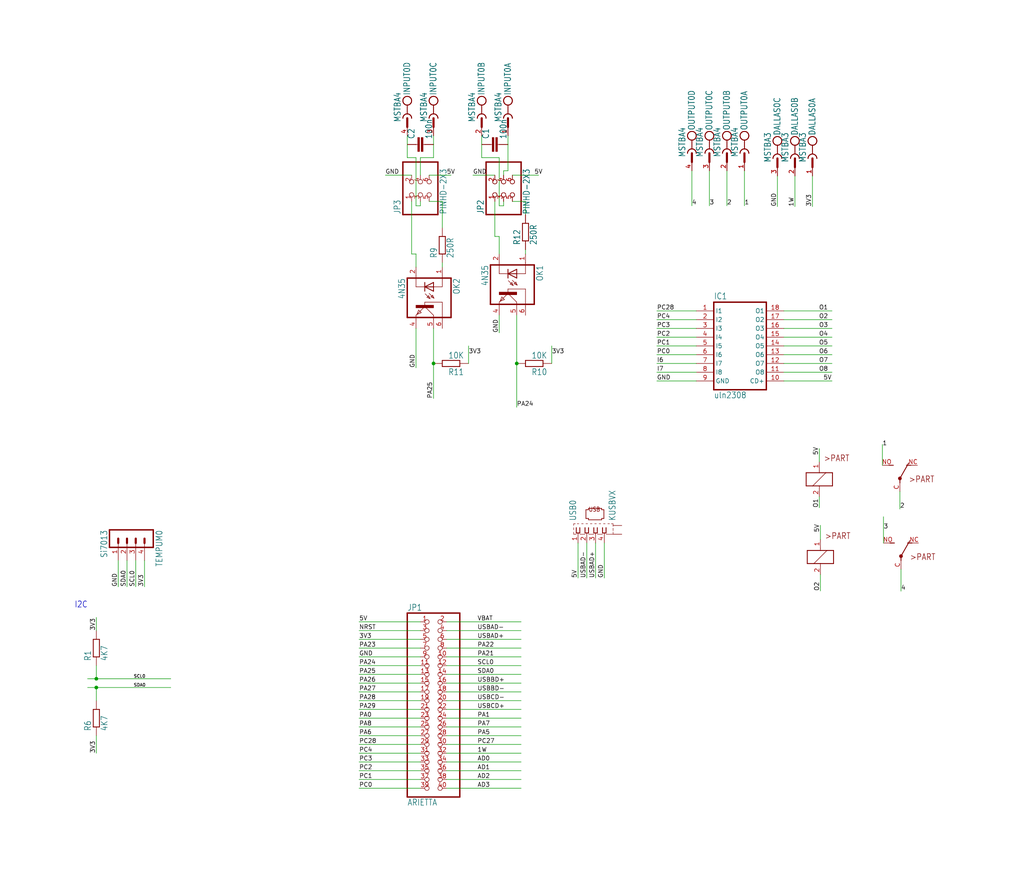
<source format=kicad_sch>
(kicad_sch (version 20220622) (generator eeschema)
  (paper "User" 297.002 253.568)
  (lib_symbols
    (symbol "py-home-slave-mini-eagle-import:4N35"
      (property "Reference" "OK" (at -6.985 5.715 0))
      (property "Value" "4N35" (at -6.985 -10.16 0))
      (symbol "4N35_1_0"
        (polyline (pts (xy -7.62 2.54) (xy -4.445 2.54)) (stroke (width 0.1524)))
        (polyline (pts (xy -6.985 -7.62) (xy 4.445 -7.62)) (stroke (width 0.4064)))
        (polyline (pts (xy -6.985 5.08) (xy -6.985 -7.62)) (stroke (width 0.4064)))
        (polyline (pts (xy -6.985 5.08) (xy 4.445 5.08)) (stroke (width 0.4064)))
        (polyline (pts (xy -4.445 -5.08) (xy -7.62 -5.08)) (stroke (width 0.1524)))
        (polyline (pts (xy -4.445 -2.54) (xy -5.715 -2.54)) (stroke (width 0.254)))
        (polyline (pts (xy -4.445 -2.54) (xy -5.715 0)) (stroke (width 0.254)))
        (polyline (pts (xy -4.445 -2.54) (xy -4.445 -5.08)) (stroke (width 0.1524)))
        (polyline (pts (xy -4.445 0) (xy -5.715 0)) (stroke (width 0.254)))
        (polyline (pts (xy -4.445 0) (xy -4.445 -2.54)) (stroke (width 0.254)))
        (polyline (pts (xy -4.445 2.54) (xy -4.445 0)) (stroke (width 0.1524)))
        (polyline (pts (xy -3.175 -2.54) (xy -4.445 -2.54)) (stroke (width 0.254)))
        (polyline (pts (xy -3.175 0) (xy -4.445 -2.54)) (stroke (width 0.254)))
        (polyline (pts (xy -3.175 0) (xy -4.445 0)) (stroke (width 0.254)))
        (polyline (pts (xy -2.54 -1.27) (xy -1.143 0.127)) (stroke (width 0.1524)))
        (polyline (pts (xy -2.413 -2.413) (xy -1.016 -1.016)) (stroke (width 0.1524)))
        (polyline (pts (xy -2.032 -0.254) (xy -1.524 -0.762)) (stroke (width 0.1524)))
        (polyline (pts (xy -1.905 -1.397) (xy -1.397 -1.905)) (stroke (width 0.1524)))
        (polyline (pts (xy -1.524 -0.762) (xy -1.143 0.127)) (stroke (width 0.1524)))
        (polyline (pts (xy -1.397 -1.905) (xy -1.016 -1.016)) (stroke (width 0.1524)))
        (polyline (pts (xy -1.143 0.127) (xy -2.032 -0.254)) (stroke (width 0.1524)))
        (polyline (pts (xy -1.016 -1.016) (xy -1.905 -1.397)) (stroke (width 0.1524)))
        (polyline (pts (xy 0 -2.54) (xy 0 2.54)) (stroke (width 0.1524)))
        (polyline (pts (xy 0 -2.54) (xy 1.016 -2.54)) (stroke (width 0.1524)))
        (polyline (pts (xy 0 2.54) (xy 5.08 2.54)) (stroke (width 0.1524)))
        (polyline (pts (xy 1.27 -2.54) (xy 3.556 -4.826)) (stroke (width 0.1524)))
        (polyline (pts (xy 2.286 -4.318) (xy 3.048 -3.556)) (stroke (width 0.1524)))
        (polyline (pts (xy 3.048 -3.556) (xy 3.556 -4.826)) (stroke (width 0.1524)))
        (polyline (pts (xy 3.556 -4.826) (xy 2.286 -4.318)) (stroke (width 0.1524)))
        (polyline (pts (xy 3.556 -4.826) (xy 3.81 -5.08)) (stroke (width 0.1524)))
        (polyline (pts (xy 3.81 -5.08) (xy 5.08 -5.08)) (stroke (width 0.1524)))
        (polyline (pts (xy 3.81 0) (xy 1.27 -2.54)) (stroke (width 0.1524)))
        (polyline (pts (xy 3.81 0) (xy 5.08 0)) (stroke (width 0.1524)))
        (polyline (pts (xy 4.445 5.08) (xy 4.445 -7.62)) (stroke (width 0.4064)))
        (rectangle (start 0.889 -5.08) (end 1.651 0) (fill (type outline)))
        (pin passive line (at -10.16 2.54 0) (length 2.54) (name "A") (number "1"))
        (pin passive line (at -10.16 -5.08 0) (length 2.54) (name "C") (number "2"))
        (pin passive line (at 7.62 -5.08 180) (length 2.54) (name "EMI") (number "4"))
        (pin passive line (at 7.62 0 180) (length 2.54) (name "COL") (number "5"))
        (pin passive line (at 7.62 2.54 180) (length 2.54) (name "BAS") (number "6"))
      )
    )
    (symbol "py-home-slave-mini-eagle-import:C2,5-3"
      (property "Reference" "C" (at 1.524 0.381 0))
      (property "Value" "C2,5-3" (at 1.524 -4.699 0))
      (symbol "C2,5-3_1_0"
        (rectangle (start -2.032 -2.032) (end 2.032 -1.524) (fill (type outline)))
        (rectangle (start -2.032 -1.016) (end 2.032 -0.508) (fill (type outline)))
        (polyline (pts (xy 0 -2.54) (xy 0 -2.032)) (stroke (width 0.1524)))
        (polyline (pts (xy 0 0) (xy 0 -0.508)) (stroke (width 0.1524)))
        (pin passive line (at 0 2.54 270) (length 2.54) (name "1") (number "1"))
        (pin passive line (at 0 -5.08 90) (length 2.54) (name "2") (number "2"))
      )
    )
    (symbol "py-home-slave-mini-eagle-import:JS-M1"
      (symbol "JS-M1_1_0"
        (polyline (pts (xy -3.81 -1.905) (xy -1.905 -1.905)) (stroke (width 0.254)))
        (polyline (pts (xy -3.81 1.905) (xy -3.81 -1.905)) (stroke (width 0.254)))
        (polyline (pts (xy -1.905 -1.905) (xy 0 -1.905)) (stroke (width 0.254)))
        (polyline (pts (xy -1.905 -1.905) (xy 1.905 1.905)) (stroke (width 0.1524)))
        (polyline (pts (xy 0 -2.54) (xy 0 -1.905)) (stroke (width 0.1524)))
        (polyline (pts (xy 0 -1.905) (xy 3.81 -1.905)) (stroke (width 0.254)))
        (polyline (pts (xy 0 1.905) (xy -3.81 1.905)) (stroke (width 0.254)))
        (polyline (pts (xy 0 2.54) (xy 0 1.905)) (stroke (width 0.1524)))
        (polyline (pts (xy 1.905 1.905) (xy 0 1.905)) (stroke (width 0.254)))
        (polyline (pts (xy 3.81 -1.905) (xy 3.81 1.905)) (stroke (width 0.254)))
        (polyline (pts (xy 3.81 1.905) (xy 1.905 1.905)) (stroke (width 0.254)))
        (text ">PART" (at 1.27 5.08 0) (effects (font (size 1.778 1.5113)) (justify left bottom)))
        (pin passive line (at 0 5.08 270) (length 2.54) (name "1") (number "1"))
        (pin passive line (at 0 -5.08 90) (length 2.54) (name "2") (number "2"))
      )
      (symbol "JS-M1_2_0"
        (polyline (pts (xy -3.175 5.08) (xy -1.905 5.08)) (stroke (width 0.254)))
        (polyline (pts (xy 0 1.27) (xy 0 0)) (stroke (width 0.254)))
        (polyline (pts (xy 0 1.27) (xy 2.54 5.715)) (stroke (width 0.254)))
        (polyline (pts (xy 3.175 5.08) (xy 1.905 5.08)) (stroke (width 0.254)))
        (circle (center 0 1.27) (radius 0.127) (stroke (width 0.4064)))
        (text ">PART" (at 2.54 0 0) (effects (font (size 1.778 1.5113)) (justify left bottom)))
        (pin passive line (at 0 -2.54 90) (length 2.54) (name "P") (number "C"))
        (pin passive line (at 5.08 5.08 180) (length 2.54) (name "O") (number "NC"))
        (pin passive line (at -5.08 5.08 0) (length 2.54) (name "S") (number "NO"))
      )
    )
    (symbol "py-home-slave-mini-eagle-import:KUSBVX"
      (property "Reference" "X" (at 1.27 5.588 0))
      (property "Value" "KUSBVX" (at 1.27 -5.842 0))
      (symbol "KUSBVX_1_0"
        (polyline (pts (xy -2.54 -5.08) (xy -1.905 -5.08)) (stroke (width 0.127)))
        (polyline (pts (xy -2.54 -3.048) (xy -2.54 -5.08)) (stroke (width 0.127)))
        (polyline (pts (xy -2.54 -2.54) (xy -2.159 -2.54)) (stroke (width 0.1524)))
        (polyline (pts (xy -2.54 -0.508) (xy -2.54 -2.032)) (stroke (width 0.127)))
        (polyline (pts (xy -2.54 0) (xy -2.159 0)) (stroke (width 0.1524)))
        (polyline (pts (xy -2.54 2.032) (xy -2.54 0.508)) (stroke (width 0.127)))
        (polyline (pts (xy -2.54 2.54) (xy -2.159 2.54)) (stroke (width 0.1524)))
        (polyline (pts (xy -2.54 4.572) (xy -2.54 3.048)) (stroke (width 0.127)))
        (polyline (pts (xy -2.54 5.08) (xy -2.159 5.08)) (stroke (width 0.1524)))
        (polyline (pts (xy -2.54 6.35) (xy -2.54 5.588)) (stroke (width 0.127)))
        (polyline (pts (xy -2.159 -3.048) (xy -0.635 -3.048)) (stroke (width 0.254)))
        (polyline (pts (xy -2.159 -2.54) (xy -2.159 -3.048)) (stroke (width 0.254)))
        (polyline (pts (xy -2.159 -2.032) (xy -2.159 -2.54)) (stroke (width 0.254)))
        (polyline (pts (xy -2.159 -0.508) (xy -0.635 -0.508)) (stroke (width 0.254)))
        (polyline (pts (xy -2.159 0) (xy -2.159 -0.508)) (stroke (width 0.254)))
        (polyline (pts (xy -2.159 0.508) (xy -2.159 0)) (stroke (width 0.254)))
        (polyline (pts (xy -2.159 2.032) (xy -0.635 2.032)) (stroke (width 0.254)))
        (polyline (pts (xy -2.159 2.54) (xy -2.159 2.032)) (stroke (width 0.254)))
        (polyline (pts (xy -2.159 3.048) (xy -2.159 2.54)) (stroke (width 0.254)))
        (polyline (pts (xy -2.159 4.572) (xy -0.635 4.572)) (stroke (width 0.254)))
        (polyline (pts (xy -2.159 5.08) (xy -2.159 4.572)) (stroke (width 0.254)))
        (polyline (pts (xy -2.159 5.588) (xy -2.159 5.08)) (stroke (width 0.254)))
        (polyline (pts (xy -1.905 6.35) (xy -2.54 6.35)) (stroke (width 0.127)))
        (polyline (pts (xy -1.524 -5.08) (xy -0.762 -5.08)) (stroke (width 0.127)))
        (polyline (pts (xy -0.635 -2.032) (xy -2.159 -2.032)) (stroke (width 0.254)))
        (polyline (pts (xy -0.635 0.508) (xy -2.159 0.508)) (stroke (width 0.254)))
        (polyline (pts (xy -0.635 3.048) (xy -2.159 3.048)) (stroke (width 0.254)))
        (polyline (pts (xy -0.635 5.588) (xy -2.159 5.588)) (stroke (width 0.254)))
        (polyline (pts (xy -0.635 6.35) (xy -1.27 6.35)) (stroke (width 0.127)))
        (polyline (pts (xy -0.254 -5.08) (xy 0.508 -5.08)) (stroke (width 0.127)))
        (polyline (pts (xy 0.508 -5.08) (xy 0.508 -4.572)) (stroke (width 0.127)))
        (polyline (pts (xy 0.508 -4.064) (xy 0.508 -3.556)) (stroke (width 0.127)))
        (polyline (pts (xy 0.508 -2.794) (xy 0.508 -2.286)) (stroke (width 0.127)))
        (polyline (pts (xy 0.508 -1.524) (xy 0.508 -1.016)) (stroke (width 0.127)))
        (polyline (pts (xy 0.508 -0.254) (xy 0.508 0.254)) (stroke (width 0.127)))
        (polyline (pts (xy 0.508 1.016) (xy 0.508 1.524)) (stroke (width 0.127)))
        (polyline (pts (xy 0.508 2.286) (xy 0.508 2.794)) (stroke (width 0.127)))
        (polyline (pts (xy 0.508 3.556) (xy 0.508 4.064)) (stroke (width 0.127)))
        (polyline (pts (xy 0.508 4.826) (xy 0.508 5.334)) (stroke (width 0.127)))
        (polyline (pts (xy 0.508 5.842) (xy 0.508 6.35)) (stroke (width 0.127)))
        (polyline (pts (xy 0.508 6.35) (xy 0 6.35)) (stroke (width 0.127)))
        (polyline (pts (xy 1.651 -1.778) (xy 2.032 -1.778)) (stroke (width 0.1998)))
        (polyline (pts (xy 1.651 2.032) (xy 1.651 -1.778)) (stroke (width 0.1998)))
        (polyline (pts (xy 2.032 -2.413) (xy 4.572 -2.413)) (stroke (width 0.1998)))
        (polyline (pts (xy 2.032 -1.778) (xy 2.032 -2.413)) (stroke (width 0.1998)))
        (polyline (pts (xy 2.032 2.032) (xy 1.651 2.032)) (stroke (width 0.1998)))
        (polyline (pts (xy 2.032 2.794) (xy 2.032 2.032)) (stroke (width 0.1998)))
        (polyline (pts (xy 4.572 -2.413) (xy 4.572 -1.778)) (stroke (width 0.1998)))
        (polyline (pts (xy 4.572 -1.778) (xy 4.953 -1.778)) (stroke (width 0.1998)))
        (polyline (pts (xy 4.572 2.032) (xy 4.572 2.794)) (stroke (width 0.1998)))
        (polyline (pts (xy 4.572 2.794) (xy 2.032 2.794)) (stroke (width 0.1998)))
        (polyline (pts (xy 4.953 -1.778) (xy 4.953 2.032)) (stroke (width 0.1998)))
        (polyline (pts (xy 4.953 2.032) (xy 4.572 2.032)) (stroke (width 0.1998)))
        (text "USB" (at 3.937 -1.397 900) (effects (font (size 1.27 1.0795)) (justify left bottom)))
        (pin passive line (at -5.08 5.08 0) (length 2.54) (name "1") (number "1"))
        (pin passive line (at -5.08 2.54 0) (length 2.54) (name "2") (number "2"))
        (pin passive line (at -5.08 0 0) (length 2.54) (name "3") (number "3"))
        (pin passive line (at -5.08 -2.54 0) (length 2.54) (name "4") (number "4"))
        (pin passive line (at -2.54 -7.62 90) (length 2.54) (name "S1") (number "M1"))
        (pin passive line (at 0 -7.62 90) (length 2.54) (name "S2") (number "M2"))
      )
    )
    (symbol "py-home-slave-mini-eagle-import:MA04-1"
      (property "Reference" "SV" (at -1.27 5.842 0))
      (property "Value" "MA04-1" (at -1.27 -10.16 0))
      (symbol "MA04-1_1_0"
        (polyline (pts (xy -1.27 5.08) (xy -1.27 -7.62)) (stroke (width 0.4064)))
        (polyline (pts (xy -1.27 5.08) (xy 3.81 5.08)) (stroke (width 0.4064)))
        (polyline (pts (xy 1.27 -5.08) (xy 2.54 -5.08)) (stroke (width 0.6096)))
        (polyline (pts (xy 1.27 -2.54) (xy 2.54 -2.54)) (stroke (width 0.6096)))
        (polyline (pts (xy 1.27 0) (xy 2.54 0)) (stroke (width 0.6096)))
        (polyline (pts (xy 1.27 2.54) (xy 2.54 2.54)) (stroke (width 0.6096)))
        (polyline (pts (xy 3.81 -7.62) (xy -1.27 -7.62)) (stroke (width 0.4064)))
        (polyline (pts (xy 3.81 -7.62) (xy 3.81 5.08)) (stroke (width 0.4064)))
        (pin passive line (at 7.62 -5.08 180) (length 5.08) (name "1") (number "1"))
        (pin passive line (at 7.62 -2.54 180) (length 5.08) (name "2") (number "2"))
        (pin passive line (at 7.62 0 180) (length 5.08) (name "3") (number "3"))
        (pin passive line (at 7.62 2.54 180) (length 5.08) (name "4") (number "4"))
      )
    )
    (symbol "py-home-slave-mini-eagle-import:MSTBA3"
      (property "Reference" "X" (at -6.604 0.889 0))
      (property "Value" "MSTBA3" (at -7.62 -3.81 0))
      (symbol "MSTBA3_1_0"
        (circle (center -5.08 0) (radius 1.27) (stroke (width 0.254)))
        (circle (center -5.08 0) (radius 1.27) (stroke (width 0.254)))
        (arc (start -1.27 0) (mid -0.898 -0.898) (end 0 -1.27) (stroke (width 0.254)))
        (polyline (pts (xy -3.81 0) (xy -1.27 0)) (stroke (width 0.254)))
        (polyline (pts (xy 0 0) (xy 2.54 0)) (stroke (width 0.6096)))
        (arc (start 0 1.27) (mid -0.898 0.898) (end -1.27 0) (stroke (width 0.254)))
        (arc (start 0 1.27) (mid -1.27 0) (end 0 -1.27) (stroke (width 0.254)))
        (pin passive line (at 5.08 0 180) (length 2.54) (name "1") (number "1"))
      )
      (symbol "MSTBA3_2_0"
        (circle (center -5.08 0) (radius 1.27) (stroke (width 0.254)))
        (circle (center -5.08 0) (radius 1.27) (stroke (width 0.254)))
        (arc (start -1.27 0) (mid -0.898 -0.898) (end 0 -1.27) (stroke (width 0.254)))
        (polyline (pts (xy -3.81 0) (xy -1.27 0)) (stroke (width 0.254)))
        (polyline (pts (xy 0 0) (xy 2.54 0)) (stroke (width 0.6096)))
        (arc (start 0 1.27) (mid -0.898 0.898) (end -1.27 0) (stroke (width 0.254)))
        (arc (start 0 1.27) (mid -1.27 0) (end 0 -1.27) (stroke (width 0.254)))
        (pin passive line (at 5.08 0 180) (length 2.54) (name "1") (number "2"))
      )
      (symbol "MSTBA3_3_0"
        (circle (center -5.08 0) (radius 1.27) (stroke (width 0.254)))
        (circle (center -5.08 0) (radius 1.27) (stroke (width 0.254)))
        (arc (start -1.27 0) (mid -0.898 -0.898) (end 0 -1.27) (stroke (width 0.254)))
        (polyline (pts (xy -3.81 0) (xy -1.27 0)) (stroke (width 0.254)))
        (polyline (pts (xy 0 0) (xy 2.54 0)) (stroke (width 0.6096)))
        (arc (start 0 1.27) (mid -0.898 0.898) (end -1.27 0) (stroke (width 0.254)))
        (arc (start 0 1.27) (mid -1.27 0) (end 0 -1.27) (stroke (width 0.254)))
        (pin passive line (at 5.08 0 180) (length 2.54) (name "1") (number "3"))
      )
    )
    (symbol "py-home-slave-mini-eagle-import:MSTBA4"
      (property "Reference" "X" (at -6.604 0.889 0))
      (property "Value" "MSTBA4" (at -7.62 -3.81 0))
      (symbol "MSTBA4_1_0"
        (circle (center -5.08 0) (radius 1.27) (stroke (width 0.254)))
        (circle (center -5.08 0) (radius 1.27) (stroke (width 0.254)))
        (arc (start -1.27 0) (mid -0.898 -0.898) (end 0 -1.27) (stroke (width 0.254)))
        (polyline (pts (xy -3.81 0) (xy -1.27 0)) (stroke (width 0.254)))
        (polyline (pts (xy 0 0) (xy 2.54 0)) (stroke (width 0.6096)))
        (arc (start 0 1.27) (mid -0.898 0.898) (end -1.27 0) (stroke (width 0.254)))
        (arc (start 0 1.27) (mid -1.27 0) (end 0 -1.27) (stroke (width 0.254)))
        (pin passive line (at 5.08 0 180) (length 2.54) (name "1") (number "1"))
      )
      (symbol "MSTBA4_2_0"
        (circle (center -5.08 0) (radius 1.27) (stroke (width 0.254)))
        (circle (center -5.08 0) (radius 1.27) (stroke (width 0.254)))
        (arc (start -1.27 0) (mid -0.898 -0.898) (end 0 -1.27) (stroke (width 0.254)))
        (polyline (pts (xy -3.81 0) (xy -1.27 0)) (stroke (width 0.254)))
        (polyline (pts (xy 0 0) (xy 2.54 0)) (stroke (width 0.6096)))
        (arc (start 0 1.27) (mid -0.898 0.898) (end -1.27 0) (stroke (width 0.254)))
        (arc (start 0 1.27) (mid -1.27 0) (end 0 -1.27) (stroke (width 0.254)))
        (pin passive line (at 5.08 0 180) (length 2.54) (name "1") (number "2"))
      )
      (symbol "MSTBA4_3_0"
        (circle (center -5.08 0) (radius 1.27) (stroke (width 0.254)))
        (circle (center -5.08 0) (radius 1.27) (stroke (width 0.254)))
        (arc (start -1.27 0) (mid -0.898 -0.898) (end 0 -1.27) (stroke (width 0.254)))
        (polyline (pts (xy -3.81 0) (xy -1.27 0)) (stroke (width 0.254)))
        (polyline (pts (xy 0 0) (xy 2.54 0)) (stroke (width 0.6096)))
        (arc (start 0 1.27) (mid -0.898 0.898) (end -1.27 0) (stroke (width 0.254)))
        (arc (start 0 1.27) (mid -1.27 0) (end 0 -1.27) (stroke (width 0.254)))
        (pin passive line (at 5.08 0 180) (length 2.54) (name "1") (number "3"))
      )
      (symbol "MSTBA4_4_0"
        (circle (center -5.08 0) (radius 1.27) (stroke (width 0.254)))
        (circle (center -5.08 0) (radius 1.27) (stroke (width 0.254)))
        (arc (start -1.27 0) (mid -0.898 -0.898) (end 0 -1.27) (stroke (width 0.254)))
        (polyline (pts (xy -3.81 0) (xy -1.27 0)) (stroke (width 0.254)))
        (polyline (pts (xy 0 0) (xy 2.54 0)) (stroke (width 0.6096)))
        (arc (start 0 1.27) (mid -0.898 0.898) (end -1.27 0) (stroke (width 0.254)))
        (arc (start 0 1.27) (mid -1.27 0) (end 0 -1.27) (stroke (width 0.254)))
        (pin passive line (at 5.08 0 180) (length 2.54) (name "1") (number "4"))
      )
    )
    (symbol "py-home-slave-mini-eagle-import:PINHD-2X20"
      (property "Reference" "JP" (at -6.35 26.035 0))
      (property "Value" "PINHD-2X20" (at -6.35 -30.48 0))
      (symbol "PINHD-2X20_1_0"
        (polyline (pts (xy -6.35 -27.94) (xy 8.89 -27.94)) (stroke (width 0.4064)))
        (polyline (pts (xy -6.35 25.4) (xy -6.35 -27.94)) (stroke (width 0.4064)))
        (polyline (pts (xy 8.89 -27.94) (xy 8.89 25.4)) (stroke (width 0.4064)))
        (polyline (pts (xy 8.89 25.4) (xy -6.35 25.4)) (stroke (width 0.4064)))
        (pin passive inverted (at -2.54 22.86 0) (length 2.54) (name "1") (number "1"))
        (pin passive inverted (at 5.08 12.7 180) (length 2.54) (name "10") (number "10"))
        (pin passive inverted (at -2.54 10.16 0) (length 2.54) (name "11") (number "11"))
        (pin passive inverted (at 5.08 10.16 180) (length 2.54) (name "12") (number "12"))
        (pin passive inverted (at -2.54 7.62 0) (length 2.54) (name "13") (number "13"))
        (pin passive inverted (at 5.08 7.62 180) (length 2.54) (name "14") (number "14"))
        (pin passive inverted (at -2.54 5.08 0) (length 2.54) (name "15") (number "15"))
        (pin passive inverted (at 5.08 5.08 180) (length 2.54) (name "16") (number "16"))
        (pin passive inverted (at -2.54 2.54 0) (length 2.54) (name "17") (number "17"))
        (pin passive inverted (at 5.08 2.54 180) (length 2.54) (name "18") (number "18"))
        (pin passive inverted (at -2.54 0 0) (length 2.54) (name "19") (number "19"))
        (pin passive inverted (at 5.08 22.86 180) (length 2.54) (name "2") (number "2"))
        (pin passive inverted (at 5.08 0 180) (length 2.54) (name "20") (number "20"))
        (pin passive inverted (at -2.54 -2.54 0) (length 2.54) (name "21") (number "21"))
        (pin passive inverted (at 5.08 -2.54 180) (length 2.54) (name "22") (number "22"))
        (pin passive inverted (at -2.54 -5.08 0) (length 2.54) (name "23") (number "23"))
        (pin passive inverted (at 5.08 -5.08 180) (length 2.54) (name "24") (number "24"))
        (pin passive inverted (at -2.54 -7.62 0) (length 2.54) (name "25") (number "25"))
        (pin passive inverted (at 5.08 -7.62 180) (length 2.54) (name "26") (number "26"))
        (pin passive inverted (at -2.54 -10.16 0) (length 2.54) (name "27") (number "27"))
        (pin passive inverted (at 5.08 -10.16 180) (length 2.54) (name "28") (number "28"))
        (pin passive inverted (at -2.54 -12.7 0) (length 2.54) (name "29") (number "29"))
        (pin passive inverted (at -2.54 20.32 0) (length 2.54) (name "3") (number "3"))
        (pin passive inverted (at 5.08 -12.7 180) (length 2.54) (name "30") (number "30"))
        (pin passive inverted (at -2.54 -15.24 0) (length 2.54) (name "31") (number "31"))
        (pin passive inverted (at 5.08 -15.24 180) (length 2.54) (name "32") (number "32"))
        (pin passive inverted (at -2.54 -17.78 0) (length 2.54) (name "33") (number "33"))
        (pin passive inverted (at 5.08 -17.78 180) (length 2.54) (name "34") (number "34"))
        (pin passive inverted (at -2.54 -20.32 0) (length 2.54) (name "35") (number "35"))
        (pin passive inverted (at 5.08 -20.32 180) (length 2.54) (name "36") (number "36"))
        (pin passive inverted (at -2.54 -22.86 0) (length 2.54) (name "37") (number "37"))
        (pin passive inverted (at 5.08 -22.86 180) (length 2.54) (name "38") (number "38"))
        (pin passive inverted (at -2.54 -25.4 0) (length 2.54) (name "39") (number "39"))
        (pin passive inverted (at 5.08 20.32 180) (length 2.54) (name "4") (number "4"))
        (pin passive inverted (at 5.08 -25.4 180) (length 2.54) (name "40") (number "40"))
        (pin passive inverted (at -2.54 17.78 0) (length 2.54) (name "5") (number "5"))
        (pin passive inverted (at 5.08 17.78 180) (length 2.54) (name "6") (number "6"))
        (pin passive inverted (at -2.54 15.24 0) (length 2.54) (name "7") (number "7"))
        (pin passive inverted (at 5.08 15.24 180) (length 2.54) (name "8") (number "8"))
        (pin passive inverted (at -2.54 12.7 0) (length 2.54) (name "9") (number "9"))
      )
    )
    (symbol "py-home-slave-mini-eagle-import:PINHD-2X3"
      (property "Reference" "JP" (at -6.35 5.715 0))
      (property "Value" "PINHD-2X3" (at -6.35 -7.62 0))
      (symbol "PINHD-2X3_1_0"
        (polyline (pts (xy -6.35 -5.08) (xy 8.89 -5.08)) (stroke (width 0.4064)))
        (polyline (pts (xy -6.35 5.08) (xy -6.35 -5.08)) (stroke (width 0.4064)))
        (polyline (pts (xy 8.89 -5.08) (xy 8.89 5.08)) (stroke (width 0.4064)))
        (polyline (pts (xy 8.89 5.08) (xy -6.35 5.08)) (stroke (width 0.4064)))
        (pin passive inverted (at -2.54 2.54 0) (length 2.54) (name "1") (number "1"))
        (pin passive inverted (at 5.08 2.54 180) (length 2.54) (name "2") (number "2"))
        (pin passive inverted (at -2.54 0 0) (length 2.54) (name "3") (number "3"))
        (pin passive inverted (at 5.08 0 180) (length 2.54) (name "4") (number "4"))
        (pin passive inverted (at -2.54 -2.54 0) (length 2.54) (name "5") (number "5"))
        (pin passive inverted (at 5.08 -2.54 180) (length 2.54) (name "6") (number "6"))
      )
    )
    (symbol "py-home-slave-mini-eagle-import:R-EU_0204{slash}2V"
      (property "Reference" "R" (at -3.81 1.4986 0))
      (property "Value" "R-EU_0204{slash}2V" (at -3.81 -3.302 0))
      (symbol "R-EU_0204{slash}2V_1_0"
        (polyline (pts (xy -2.54 -0.889) (xy -2.54 0.889)) (stroke (width 0.254)))
        (polyline (pts (xy -2.54 -0.889) (xy 2.54 -0.889)) (stroke (width 0.254)))
        (polyline (pts (xy 2.54 -0.889) (xy 2.54 0.889)) (stroke (width 0.254)))
        (polyline (pts (xy 2.54 0.889) (xy -2.54 0.889)) (stroke (width 0.254)))
        (pin passive line (at -5.08 0 0) (length 2.54) (name "1") (number "1"))
        (pin passive line (at 5.08 0 180) (length 2.54) (name "2") (number "2"))
      )
    )
    (symbol "py-home-slave-mini-eagle-import:ULN2803A"
      (property "Reference" "IC" (at -7.62 13.462 0))
      (property "Value" "ULN2803A" (at -7.62 -15.24 0))
      (symbol "ULN2803A_1_0"
        (polyline (pts (xy -7.62 12.7) (xy -7.62 -12.7)) (stroke (width 0.4064)))
        (polyline (pts (xy -7.62 12.7) (xy 7.62 12.7)) (stroke (width 0.4064)))
        (polyline (pts (xy 7.62 -12.7) (xy -7.62 -12.7)) (stroke (width 0.4064)))
        (polyline (pts (xy 7.62 -12.7) (xy 7.62 12.7)) (stroke (width 0.4064)))
        (pin input line (at -12.7 10.16 0) (length 5.08) (name "I1") (number "1"))
        (pin passive line (at 12.7 -10.16 180) (length 5.08) (name "CD+") (number "10"))
        (pin open_collector line (at 12.7 -7.62 180) (length 5.08) (name "O8") (number "11"))
        (pin open_collector line (at 12.7 -5.08 180) (length 5.08) (name "O7") (number "12"))
        (pin open_collector line (at 12.7 -2.54 180) (length 5.08) (name "O6") (number "13"))
        (pin open_collector line (at 12.7 0 180) (length 5.08) (name "O5") (number "14"))
        (pin open_collector line (at 12.7 2.54 180) (length 5.08) (name "O4") (number "15"))
        (pin open_collector line (at 12.7 5.08 180) (length 5.08) (name "O3") (number "16"))
        (pin open_collector line (at 12.7 7.62 180) (length 5.08) (name "O2") (number "17"))
        (pin open_collector line (at 12.7 10.16 180) (length 5.08) (name "O1") (number "18"))
        (pin input line (at -12.7 7.62 0) (length 5.08) (name "I2") (number "2"))
        (pin input line (at -12.7 5.08 0) (length 5.08) (name "I3") (number "3"))
        (pin input line (at -12.7 2.54 0) (length 5.08) (name "I4") (number "4"))
        (pin input line (at -12.7 0 0) (length 5.08) (name "I5") (number "5"))
        (pin input line (at -12.7 -2.54 0) (length 5.08) (name "I6") (number "6"))
        (pin input line (at -12.7 -5.08 0) (length 5.08) (name "I7") (number "7"))
        (pin input line (at -12.7 -7.62 0) (length 5.08) (name "I8") (number "8"))
        (pin power_in line (at -12.7 -10.16 0) (length 5.08) (name "GND") (number "9"))
      )
    )
  )
  (junction (at 149.86 105.41))
  (junction (at 27.94 199.39))
  (junction (at 27.94 196.85))
  (junction (at 125.73 105.41))
  (wire (pts (xy 227.33 102.87) (xy 241.3 102.87)))
  (wire (pts (xy 146.05 59.69) (xy 146.05 58.42)))
  (wire (pts (xy 139.7 39.37) (xy 139.7 41.91)))
  (wire (pts (xy 152.4 73.66) (xy 152.4 72.39)))
  (wire (pts (xy 139.7 45.72) (xy 144.78 45.72)))
  (wire (pts (xy 120.65 95.25) (xy 120.65 106.68)))
  (wire (pts (xy 129.54 220.98) (xy 151.13 220.98)))
  (wire (pts (xy 121.92 45.72) (xy 125.73 45.72)))
  (wire (pts (xy 121.92 215.9) (xy 104.14 215.9)))
  (wire (pts (xy 129.54 190.5) (xy 151.13 190.5)))
  (wire (pts (xy 201.93 105.41) (xy 190.5 105.41)))
  (wire (pts (xy 129.54 218.44) (xy 151.13 218.44)))
  (wire (pts (xy 129.54 193.04) (xy 151.13 193.04)))
  (wire (pts (xy 227.33 110.49) (xy 241.3 110.49)))
  (wire (pts (xy 121.92 220.98) (xy 104.14 220.98)))
  (wire (pts (xy 129.54 228.6) (xy 151.13 228.6)))
  (wire (pts (xy 121.92 193.04) (xy 104.14 193.04)))
  (wire (pts (xy 255.905 134.9375) (xy 255.905 128.905)))
  (wire (pts (xy 210.82 49.53) (xy 210.82 59.69)))
  (wire (pts (xy 230.5431 51.0286) (xy 230.5431 59.9186)))
  (wire (pts (xy 120.65 59.69) (xy 121.92 59.69)))
  (wire (pts (xy 129.54 215.9) (xy 151.13 215.9)))
  (wire (pts (xy 27.94 196.85) (xy 25.4 196.85)))
  (wire (pts (xy 147.32 41.91) (xy 147.32 49.53)))
  (wire (pts (xy 143.51 68.58) (xy 144.78 68.58)))
  (wire (pts (xy 227.33 100.33) (xy 241.3 100.33)))
  (wire (pts (xy 129.54 205.74) (xy 151.13 205.74)))
  (wire (pts (xy 121.92 185.42) (xy 104.14 185.42)))
  (wire (pts (xy 119.38 58.42) (xy 119.38 73.66)))
  (wire (pts (xy 201.93 110.49) (xy 190.5 110.49)))
  (wire (pts (xy 121.92 218.44) (xy 104.14 218.44)))
  (wire (pts (xy 129.54 210.82) (xy 151.13 210.82)))
  (wire (pts (xy 144.78 59.69) (xy 146.05 59.69)))
  (wire (pts (xy 121.92 208.28) (xy 104.14 208.28)))
  (wire (pts (xy 41.91 162.56) (xy 41.91 170.18)))
  (wire (pts (xy 256.2225 157.48) (xy 256.2225 149.86)))
  (wire (pts (xy 237.9345 166.624) (xy 237.9345 171.3865)))
  (wire (pts (xy 121.92 59.69) (xy 121.92 58.42)))
  (wire (pts (xy 227.33 90.17) (xy 241.3 90.17)))
  (wire (pts (xy 227.33 107.95) (xy 241.3 107.95)))
  (wire (pts (xy 121.92 195.58) (xy 104.14 195.58)))
  (wire (pts (xy 129.54 187.96) (xy 151.13 187.96)))
  (wire (pts (xy 170.18 157.48) (xy 170.18 167.64)))
  (wire (pts (xy 121.92 205.74) (xy 104.14 205.74)))
  (wire (pts (xy 125.73 45.72) (xy 125.73 41.91)))
  (wire (pts (xy 27.94 182.88) (xy 27.94 179.07)))
  (wire (pts (xy 129.54 226.06) (xy 151.13 226.06)))
  (wire (pts (xy 49.53 196.85) (xy 27.94 196.85)))
  (wire (pts (xy 129.54 200.66) (xy 151.13 200.66)))
  (wire (pts (xy 201.93 90.17) (xy 190.5 90.17)))
  (wire (pts (xy 121.92 223.52) (xy 104.14 223.52)))
  (wire (pts (xy 120.65 73.66) (xy 120.65 77.47)))
  (wire (pts (xy 205.74 49.53) (xy 205.74 59.69)))
  (wire (pts (xy 124.46 58.42) (xy 128.27 58.42)))
  (wire (pts (xy 27.94 203.2) (xy 27.94 199.39)))
  (wire (pts (xy 121.92 180.34) (xy 104.14 180.34)))
  (wire (pts (xy 119.38 73.66) (xy 120.65 73.66)))
  (wire (pts (xy 125.73 41.91) (xy 125.73 39.37)))
  (wire (pts (xy 167.64 157.48) (xy 167.64 167.64)))
  (wire (pts (xy 129.54 203.2) (xy 151.13 203.2)))
  (wire (pts (xy 201.93 102.87) (xy 190.5 102.87)))
  (wire (pts (xy 201.93 95.25) (xy 190.5 95.25)))
  (wire (pts (xy 147.32 49.53) (xy 146.05 49.53)))
  (wire (pts (xy 129.54 198.12) (xy 151.13 198.12)))
  (wire (pts (xy 27.94 199.39) (xy 25.4 199.39)))
  (wire (pts (xy 119.38 50.8) (xy 111.76 50.8)))
  (wire (pts (xy 135.89 105.41) (xy 135.89 100.33)))
  (wire (pts (xy 260.985 142.5575) (xy 260.985 147.6375)))
  (wire (pts (xy 121.92 210.82) (xy 104.14 210.82)))
  (wire (pts (xy 121.92 198.12) (xy 104.14 198.12)))
  (wire (pts (xy 118.11 45.72) (xy 120.65 45.72)))
  (wire (pts (xy 125.73 95.25) (xy 125.73 105.41)))
  (wire (pts (xy 121.92 226.06) (xy 104.14 226.06)))
  (wire (pts (xy 201.93 92.71) (xy 190.5 92.71)))
  (wire (pts (xy 201.93 97.79) (xy 190.5 97.79)))
  (wire (pts (xy 227.33 97.79) (xy 241.3 97.79)))
  (wire (pts (xy 129.54 180.34) (xy 151.13 180.34)))
  (wire (pts (xy 121.92 200.66) (xy 104.14 200.66)))
  (wire (pts (xy 139.7 41.91) (xy 139.7 45.72)))
  (wire (pts (xy 227.33 95.25) (xy 241.3 95.25)))
  (wire (pts (xy 143.51 58.42) (xy 143.51 68.58)))
  (wire (pts (xy 235.6231 51.0286) (xy 235.6231 59.9186)))
  (wire (pts (xy 129.54 185.42) (xy 151.13 185.42)))
  (wire (pts (xy 144.78 68.58) (xy 144.78 73.66)))
  (wire (pts (xy 121.92 187.96) (xy 104.14 187.96)))
  (wire (pts (xy 121.92 190.5) (xy 104.14 190.5)))
  (wire (pts (xy 143.51 50.8) (xy 137.16 50.8)))
  (wire (pts (xy 49.53 199.39) (xy 27.94 199.39)))
  (wire (pts (xy 118.11 39.37) (xy 118.11 41.91)))
  (wire (pts (xy 118.11 41.91) (xy 118.11 45.72)))
  (wire (pts (xy 121.92 50.8) (xy 121.92 45.72)))
  (wire (pts (xy 261.3025 165.1) (xy 261.3025 171.45)))
  (wire (pts (xy 227.33 92.71) (xy 241.3 92.71)))
  (wire (pts (xy 237.617 133.9215) (xy 237.617 130.1115)))
  (wire (pts (xy 27.94 213.36) (xy 27.94 218.44)))
  (wire (pts (xy 152.4 58.42) (xy 152.4 62.23)))
  (wire (pts (xy 128.27 77.47) (xy 128.27 76.2)))
  (wire (pts (xy 237.617 144.0815) (xy 237.617 147.2565)))
  (wire (pts (xy 129.54 208.28) (xy 151.13 208.28)))
  (wire (pts (xy 227.33 105.41) (xy 241.3 105.41)))
  (wire (pts (xy 121.92 213.36) (xy 104.14 213.36)))
  (wire (pts (xy 120.65 45.72) (xy 120.65 59.69)))
  (wire (pts (xy 147.32 39.37) (xy 147.32 41.91)))
  (wire (pts (xy 200.66 49.53) (xy 200.66 59.69)))
  (wire (pts (xy 36.83 162.56) (xy 36.83 170.18)))
  (wire (pts (xy 237.9345 156.464) (xy 237.9345 152.3365)))
  (wire (pts (xy 201.93 107.95) (xy 190.5 107.95)))
  (wire (pts (xy 128.27 58.42) (xy 128.27 66.04)))
  (wire (pts (xy 129.54 223.52) (xy 151.13 223.52)))
  (wire (pts (xy 148.59 50.8) (xy 156.21 50.8)))
  (wire (pts (xy 175.26 157.48) (xy 175.26 167.64)))
  (wire (pts (xy 121.92 203.2) (xy 104.14 203.2)))
  (wire (pts (xy 129.54 195.58) (xy 151.13 195.58)))
  (wire (pts (xy 129.54 213.36) (xy 151.13 213.36)))
  (wire (pts (xy 149.86 91.44) (xy 149.86 105.41)))
  (wire (pts (xy 27.94 193.04) (xy 27.94 196.85)))
  (wire (pts (xy 225.4631 51.0286) (xy 225.4631 59.9186)))
  (wire (pts (xy 144.78 45.72) (xy 144.78 59.69)))
  (wire (pts (xy 129.54 182.88) (xy 151.13 182.88)))
  (wire (pts (xy 201.93 100.33) (xy 190.5 100.33)))
  (wire (pts (xy 146.05 49.53) (xy 146.05 50.8)))
  (wire (pts (xy 39.37 162.56) (xy 39.37 170.18)))
  (wire (pts (xy 144.78 91.44) (xy 144.78 96.52)))
  (wire (pts (xy 121.92 228.6) (xy 104.14 228.6)))
  (wire (pts (xy 215.9 49.53) (xy 215.9 59.69)))
  (wire (pts (xy 149.86 105.41) (xy 149.86 118.11)))
  (wire (pts (xy 34.29 162.56) (xy 34.29 170.18)))
  (wire (pts (xy 172.72 157.48) (xy 172.72 167.64)))
  (wire (pts (xy 148.59 58.42) (xy 152.4 58.42)))
  (wire (pts (xy 124.46 50.8) (xy 130.81 50.8)))
  (wire (pts (xy 125.73 105.41) (xy 125.73 115.57)))
  (wire (pts (xy 121.92 182.88) (xy 104.14 182.88)))
  (wire (pts (xy 160.02 105.41) (xy 160.02 100.33)))
  (text "I2C" (at 21.59 176.53 0) (effects (font (size 1.778 1.5113)) (justify left bottom)))
  (label "USBBD-" (at 138.43 200.66 0) (effects (font (size 1.2446 1.2446))))
  (label "PA24" (at 149.86 118.11 0) (effects (font (size 1.2446 1.2446))))
  (label "USBAD+" (at 172.72 167.64 90) (effects (font (size 1.2446 1.2446))))
  (label "5V" (at 104.14 180.34 0) (effects (font (size 1.2446 1.2446))))
  (label "PA25" (at 104.14 195.58 0) (effects (font (size 1.2446 1.2446))))
  (label "3V3" (at 27.94 218.44 90) (effects (font (size 1.2446 1.2446))))
  (label "GND" (at 104.14 190.5 0) (effects (font (size 1.2446 1.2446))))
  (label "O7" (at 237.49 105.41 0) (effects (font (size 1.2446 1.2446))))
  (label "PC3" (at 190.5 95.25 0) (effects (font (size 1.2446 1.2446))))
  (label "4" (at 261.3025 171.45 0) (effects (font (size 1.2446 1.2446))))
  (label "PA7" (at 138.43 210.82 0) (effects (font (size 1.2446 1.2446))))
  (label "O8" (at 237.49 107.95 0) (effects (font (size 1.2446 1.2446))))
  (label "5V" (at 129.54 50.8 0) (effects (font (size 1.2446 1.2446))))
  (label "PC1" (at 104.14 226.06 0) (effects (font (size 1.2446 1.2446))))
  (label "VBAT" (at 138.43 180.34 0) (effects (font (size 1.2446 1.2446))))
  (label "GND" (at 120.65 106.68 90) (effects (font (size 1.2446 1.2446))))
  (label "5V" (at 237.9345 154.4003 90) (effects (font (size 1.2446 1.2446))))
  (label "3V3" (at 135.89 102.87 0) (effects (font (size 1.2446 1.2446))))
  (label "PA26" (at 104.14 198.12 0) (effects (font (size 1.2446 1.2446))))
  (label "O4" (at 237.49 97.79 0) (effects (font (size 1.2446 1.2446))))
  (label "5V" (at 238.76 110.49 0) (effects (font (size 1.2446 1.2446))))
  (label "5V" (at 167.64 167.64 90) (effects (font (size 1.2446 1.2446))))
  (label "NRST" (at 104.14 182.88 0) (effects (font (size 1.2446 1.2446))))
  (label "PA23" (at 104.14 187.96 0) (effects (font (size 1.2446 1.2446))))
  (label "AD1" (at 138.43 223.52 0) (effects (font (size 1.2446 1.2446))))
  (label "I7" (at 190.5 107.95 0) (effects (font (size 1.2446 1.2446))))
  (label "I6" (at 190.5 105.41 0) (effects (font (size 1.2446 1.2446))))
  (label "AD0" (at 138.43 220.98 0) (effects (font (size 1.2446 1.2446))))
  (label "GND" (at 34.29 170.18 90) (effects (font (size 1.2446 1.2446))))
  (label "SCL0" (at 138.43 193.04 0) (effects (font (size 1.2446 1.2446))))
  (label "SCL0" (at 38.735 196.85 0) (effects (font (size 0.889 0.889))))
  (label "4" (at 200.66 59.69 0) (effects (font (size 1.2446 1.2446))))
  (label "GND" (at 144.78 96.52 90) (effects (font (size 1.2446 1.2446))))
  (label "USBCD+" (at 138.43 205.74 0) (effects (font (size 1.2446 1.2446))))
  (label "PA27" (at 104.14 200.66 0) (effects (font (size 1.2446 1.2446))))
  (label "3" (at 205.74 59.69 0) (effects (font (size 1.2446 1.2446))))
  (label "PA28" (at 104.14 203.2 0) (effects (font (size 1.2446 1.2446))))
  (label "PA25" (at 125.73 115.57 90) (effects (font (size 1.2446 1.2446))))
  (label "PA29" (at 104.14 205.74 0) (effects (font (size 1.2446 1.2446))))
  (label "SCL0" (at 39.37 170.18 90) (effects (font (size 1.2446 1.2446))))
  (label "GND" (at 175.26 167.64 90) (effects (font (size 1.2446 1.2446))))
  (label "PA21" (at 138.43 190.5 0) (effects (font (size 1.2446 1.2446))))
  (label "PC3" (at 104.14 220.98 0) (effects (font (size 1.2446 1.2446))))
  (label "3V3" (at 41.91 170.18 90) (effects (font (size 1.2446 1.2446))))
  (label "O1" (at 237.49 90.17 0) (effects (font (size 1.2446 1.2446))))
  (label "PA0" (at 104.14 208.28 0) (effects (font (size 1.2446 1.2446))))
  (label "PC28" (at 190.5 90.17 0) (effects (font (size 1.2446 1.2446))))
  (label "PC1" (at 190.5 100.33 0) (effects (font (size 1.2446 1.2446))))
  (label "3V3" (at 160.02 102.87 0) (effects (font (size 1.2446 1.2446))))
  (label "PC2" (at 190.5 97.79 0) (effects (font (size 1.2446 1.2446))))
  (label "USBAD+" (at 138.43 185.42 0) (effects (font (size 1.2446 1.2446))))
  (label "1W" (at 230.5431 59.9186 90) (effects (font (size 1.2446 1.2446))))
  (label "GND" (at 225.4631 59.9186 90) (effects (font (size 1.2446 1.2446))))
  (label "PA6" (at 104.14 213.36 0) (effects (font (size 1.2446 1.2446))))
  (label "O2" (at 237.49 92.71 0) (effects (font (size 1.2446 1.2446))))
  (label "PC0" (at 190.5 102.87 0) (effects (font (size 1.2446 1.2446))))
  (label "SDA0" (at 138.43 195.58 0) (effects (font (size 1.2446 1.2446))))
  (label "PC2" (at 104.14 223.52 0) (effects (font (size 1.2446 1.2446))))
  (label "PA24" (at 104.14 193.04 0) (effects (font (size 1.2446 1.2446))))
  (label "1" (at 215.9 59.69 0) (effects (font (size 1.2446 1.2446))))
  (label "O1" (at 237.617 147.2565 90) (effects (font (size 1.2446 1.2446))))
  (label "3" (at 256.2225 153.67 0) (effects (font (size 1.2446 1.2446))))
  (label "O5" (at 237.49 100.33 0) (effects (font (size 1.2446 1.2446))))
  (label "3V3" (at 235.6231 59.9186 90) (effects (font (size 1.2446 1.2446))))
  (label "5V" (at 237.617 132.0165 90) (effects (font (size 1.2446 1.2446))))
  (label "USBAD-" (at 170.18 167.64 90) (effects (font (size 1.2446 1.2446))))
  (label "2" (at 260.985 147.6375 0) (effects (font (size 1.2446 1.2446))))
  (label "AD3" (at 138.43 228.6 0) (effects (font (size 1.2446 1.2446))))
  (label "PA5" (at 138.43 213.36 0) (effects (font (size 1.2446 1.2446))))
  (label "GND" (at 111.76 50.8 0) (effects (font (size 1.2446 1.2446))))
  (label "PA22" (at 138.43 187.96 0) (effects (font (size 1.2446 1.2446))))
  (label "PC4" (at 190.5 92.71 0) (effects (font (size 1.2446 1.2446))))
  (label "PC0" (at 104.14 228.6 0) (effects (font (size 1.2446 1.2446))))
  (label "PC4" (at 104.14 218.44 0) (effects (font (size 1.2446 1.2446))))
  (label "USBAD-" (at 138.43 182.88 0) (effects (font (size 1.2446 1.2446))))
  (label "1" (at 255.905 129.54 0) (effects (font (size 1.2446 1.2446))))
  (label "PC27" (at 138.43 215.9 0) (effects (font (size 1.2446 1.2446))))
  (label "3V3" (at 104.14 185.42 0) (effects (font (size 1.2446 1.2446))))
  (label "USBBD+" (at 138.43 198.12 0) (effects (font (size 1.2446 1.2446))))
  (label "1W" (at 138.43 218.44 0) (effects (font (size 1.2446 1.2446))))
  (label "3V3" (at 27.94 182.88 90) (effects (font (size 1.2446 1.2446))))
  (label "PA8" (at 104.14 210.82 0) (effects (font (size 1.2446 1.2446))))
  (label "PC28" (at 104.14 215.9 0) (effects (font (size 1.2446 1.2446))))
  (label "O2" (at 237.9345 171.3865 90) (effects (font (size 1.2446 1.2446))))
  (label "SDA0" (at 36.83 170.18 90) (effects (font (size 1.2446 1.2446))))
  (label "SDA0" (at 38.735 199.39 0) (effects (font (size 0.889 0.889))))
  (label "PA1" (at 138.43 208.28 0) (effects (font (size 1.2446 1.2446))))
  (label "GND" (at 190.5 110.49 0) (effects (font (size 1.2446 1.2446))))
  (label "AD2" (at 138.43 226.06 0) (effects (font (size 1.2446 1.2446))))
  (label "2" (at 210.82 59.69 0) (effects (font (size 1.2446 1.2446))))
  (label "USBCD-" (at 138.43 203.2 0) (effects (font (size 1.2446 1.2446))))
  (label "GND" (at 137.16 50.8 0) (effects (font (size 1.2446 1.2446))))
  (label "O6" (at 237.49 102.87 0) (effects (font (size 1.2446 1.2446))))
  (label "5V" (at 154.94 50.8 0) (effects (font (size 1.2446 1.2446))))
  (label "O3" (at 237.49 95.25 0) (effects (font (size 1.2446 1.2446))))
  (symbol (lib_id "py-home-slave-mini-eagle-import:R-EU_0204{slash}2V") (at 130.81 105.41 180) (unit 1)
    (default_instance (reference "U") (unit 1) (value "") (footprint ""))
    (property "Reference" "R11" (at 134.62 106.9086 0) (effects (font (size 1.778 1.5113)) (justify left bottom)))
    (property "Value" "10K" (at 134.62 102.108 0) (effects (font (size 1.778 1.5113)) (justify left bottom)))
    (property "Footprint" "py-home-slave-mini:0204V" (effects hide))
  )
  (symbol (lib_id "py-home-slave-mini-eagle-import:MSTBA4") (at 205.74 44.45 270) (unit 3)
    (default_instance (reference "U") (unit 1) (value "") (footprint ""))
    (property "Reference" "OUTPUT0" (at 206.629 37.846 0) (effects (font (size 1.778 1.5113)) (justify right top)))
    (property "Value" "MSTBA4" (at 201.93 36.83 0) (effects (font (size 1.778 1.5113)) (justify left bottom)))
    (property "Footprint" "py-home-slave-mini:MSTBA4" (effects hide))
  )
  (symbol (lib_id "py-home-slave-mini-eagle-import:MSTBA3") (at 225.4631 45.9486 270) (unit 3)
    (default_instance (reference "U") (unit 1) (value "") (footprint ""))
    (property "Reference" "DALLAS0" (at 226.3521 39.3446 0) (effects (font (size 1.778 1.5113)) (justify right top)))
    (property "Value" "MSTBA3" (at 221.6531 38.3286 0) (effects (font (size 1.778 1.5113)) (justify left bottom)))
    (property "Footprint" "py-home-slave-mini:MSTBA3" (effects hide))
  )
  (symbol (lib_id "py-home-slave-mini-eagle-import:MA04-1") (at 39.37 154.94 270) (unit 1)
    (default_instance (reference "U") (unit 1) (value "") (footprint ""))
    (property "Reference" "TEMPUM0" (at 45.212 153.67 0) (effects (font (size 1.778 1.5113)) (justify left bottom)))
    (property "Value" "Si7013" (at 29.21 153.67 0) (effects (font (size 1.778 1.5113)) (justify left bottom)))
    (property "Footprint" "py-home-slave-mini:MA04-1" (effects hide))
  )
  (symbol (lib_id "py-home-slave-mini-eagle-import:R-EU_0204{slash}2V") (at 27.94 187.96 90) (unit 1)
    (default_instance (reference "U") (unit 1) (value "") (footprint ""))
    (property "Reference" "R1" (at 26.4414 191.77 0) (effects (font (size 1.778 1.5113)) (justify left bottom)))
    (property "Value" "4K7" (at 31.242 191.77 0) (effects (font (size 1.778 1.5113)) (justify left bottom)))
    (property "Footprint" "py-home-slave-mini:0204V" (effects hide))
  )
  (symbol (lib_id "py-home-slave-mini-eagle-import:MSTBA4") (at 210.82 44.45 270) (unit 2)
    (default_instance (reference "U") (unit 1) (value "") (footprint ""))
    (property "Reference" "OUTPUT0" (at 211.709 37.846 0) (effects (font (size 1.778 1.5113)) (justify right top)))
    (property "Value" "MSTBA4" (at 207.01 36.83 0) (effects (font (size 1.778 1.5113)) (justify left bottom)))
    (property "Footprint" "py-home-slave-mini:MSTBA4" (effects hide))
  )
  (symbol (lib_id "py-home-slave-mini-eagle-import:MSTBA4") (at 215.9 44.45 270) (unit 1)
    (default_instance (reference "U") (unit 1) (value "") (footprint ""))
    (property "Reference" "OUTPUT0" (at 216.789 37.846 0) (effects (font (size 1.778 1.5113)) (justify right top)))
    (property "Value" "MSTBA4" (at 212.09 36.83 0) (effects (font (size 1.778 1.5113)) (justify left bottom)))
    (property "Footprint" "py-home-slave-mini:MSTBA4" (effects hide))
  )
  (symbol (lib_id "py-home-slave-mini-eagle-import:JS-M1") (at 260.985 140.0175 0) (unit 2)
    (default_instance (reference "U") (unit 1) (value "") (footprint ""))
    (property "Reference" "K1" (effects hide))
    (property "Value" "JS-M1" (effects hide))
    (property "Footprint" "py-home-slave-mini:JS-M" (effects hide))
  )
  (symbol (lib_id "py-home-slave-mini-eagle-import:MSTBA4") (at 147.32 34.29 270) (unit 1)
    (default_instance (reference "U") (unit 1) (value "") (footprint ""))
    (property "Reference" "INPUT0" (at 148.209 27.686 0) (effects (font (size 1.778 1.5113)) (justify right top)))
    (property "Value" "MSTBA4" (at 143.51 26.67 0) (effects (font (size 1.778 1.5113)) (justify left bottom)))
    (property "Footprint" "py-home-slave-mini:MSTBA4" (effects hide))
  )
  (symbol (lib_id "py-home-slave-mini-eagle-import:C2,5-3") (at 120.65 41.91 90) (unit 1)
    (default_instance (reference "U") (unit 1) (value "") (footprint ""))
    (property "Reference" "C2" (at 120.269 40.386 0) (effects (font (size 1.778 1.5113)) (justify left bottom)))
    (property "Value" "100n" (at 125.349 40.386 0) (effects (font (size 1.778 1.5113)) (justify left bottom)))
    (property "Footprint" "py-home-slave-mini:C2.5-3" (effects hide))
  )
  (symbol (lib_id "py-home-slave-mini-eagle-import:JS-M1") (at 261.3025 162.56 0) (unit 2)
    (default_instance (reference "U") (unit 1) (value "") (footprint ""))
    (property "Reference" "K2" (effects hide))
    (property "Value" "JS-M1" (effects hide))
    (property "Footprint" "py-home-slave-mini:JS-M" (effects hide))
  )
  (symbol (lib_id "py-home-slave-mini-eagle-import:MSTBA4") (at 139.7 34.29 270) (unit 2)
    (default_instance (reference "U") (unit 1) (value "") (footprint ""))
    (property "Reference" "INPUT0" (at 140.589 27.686 0) (effects (font (size 1.778 1.5113)) (justify right top)))
    (property "Value" "MSTBA4" (at 135.89 26.67 0) (effects (font (size 1.778 1.5113)) (justify left bottom)))
    (property "Footprint" "py-home-slave-mini:MSTBA4" (effects hide))
  )
  (symbol (lib_id "py-home-slave-mini-eagle-import:4N35") (at 149.86 83.82 270) (unit 1)
    (default_instance (reference "U") (unit 1) (value "") (footprint ""))
    (property "Reference" "OK1" (at 155.575 76.835 0) (effects (font (size 1.778 1.5113)) (justify left bottom)))
    (property "Value" "4N35" (at 139.7 76.835 0) (effects (font (size 1.778 1.5113)) (justify left bottom)))
    (property "Footprint" "py-home-slave-mini:DIL06" (effects hide))
  )
  (symbol (lib_id "py-home-slave-mini-eagle-import:R-EU_0204{slash}2V") (at 152.4 67.31 90) (unit 1)
    (default_instance (reference "U") (unit 1) (value "") (footprint ""))
    (property "Reference" "R12" (at 150.9014 71.12 0) (effects (font (size 1.778 1.5113)) (justify left bottom)))
    (property "Value" "250R" (at 155.702 71.12 0) (effects (font (size 1.778 1.5113)) (justify left bottom)))
    (property "Footprint" "py-home-slave-mini:0204V" (effects hide))
  )
  (symbol (lib_id "py-home-slave-mini-eagle-import:4N35") (at 125.73 87.63 270) (unit 1)
    (default_instance (reference "U") (unit 1) (value "") (footprint ""))
    (property "Reference" "OK2" (at 131.445 80.645 0) (effects (font (size 1.778 1.5113)) (justify left bottom)))
    (property "Value" "4N35" (at 115.57 80.645 0) (effects (font (size 1.778 1.5113)) (justify left bottom)))
    (property "Footprint" "py-home-slave-mini:DIL06" (effects hide))
  )
  (symbol (lib_id "py-home-slave-mini-eagle-import:JS-M1") (at 237.9345 161.544 0) (unit 1)
    (default_instance (reference "U") (unit 1) (value "") (footprint ""))
    (property "Reference" "K2" (effects hide))
    (property "Value" "JS-M1" (effects hide))
    (property "Footprint" "py-home-slave-mini:JS-M" (effects hide))
  )
  (symbol (lib_id "py-home-slave-mini-eagle-import:MSTBA4") (at 125.73 34.29 270) (unit 3)
    (default_instance (reference "U") (unit 1) (value "") (footprint ""))
    (property "Reference" "INPUT0" (at 126.619 27.686 0) (effects (font (size 1.778 1.5113)) (justify right top)))
    (property "Value" "MSTBA4" (at 121.92 26.67 0) (effects (font (size 1.778 1.5113)) (justify left bottom)))
    (property "Footprint" "py-home-slave-mini:MSTBA4" (effects hide))
  )
  (symbol (lib_id "py-home-slave-mini-eagle-import:PINHD-2X3") (at 121.92 55.88 90) (unit 1)
    (default_instance (reference "U") (unit 1) (value "") (footprint ""))
    (property "Reference" "JP3" (at 116.205 62.23 0) (effects (font (size 1.778 1.5113)) (justify left bottom)))
    (property "Value" "PINHD-2X3" (at 129.54 62.23 0) (effects (font (size 1.778 1.5113)) (justify left bottom)))
    (property "Footprint" "py-home-slave-mini:2X03" (effects hide))
  )
  (symbol (lib_id "py-home-slave-mini-eagle-import:MSTBA3") (at 235.6231 45.9486 270) (unit 1)
    (default_instance (reference "U") (unit 1) (value "") (footprint ""))
    (property "Reference" "DALLAS0" (at 236.5121 39.3446 0) (effects (font (size 1.778 1.5113)) (justify right top)))
    (property "Value" "MSTBA3" (at 231.8131 38.3286 0) (effects (font (size 1.778 1.5113)) (justify left bottom)))
    (property "Footprint" "py-home-slave-mini:MSTBA3" (effects hide))
  )
  (symbol (lib_id "py-home-slave-mini-eagle-import:PINHD-2X3") (at 146.05 55.88 90) (unit 1)
    (default_instance (reference "U") (unit 1) (value "") (footprint ""))
    (property "Reference" "JP2" (at 140.335 62.23 0) (effects (font (size 1.778 1.5113)) (justify left bottom)))
    (property "Value" "PINHD-2X3" (at 153.67 62.23 0) (effects (font (size 1.778 1.5113)) (justify left bottom)))
    (property "Footprint" "py-home-slave-mini:2X03" (effects hide))
  )
  (symbol (lib_id "py-home-slave-mini-eagle-import:PINHD-2X20") (at 124.46 203.2 0) (unit 1)
    (default_instance (reference "U") (unit 1) (value "") (footprint ""))
    (property "Reference" "JP1" (at 118.11 177.165 0) (effects (font (size 1.778 1.5113)) (justify left bottom)))
    (property "Value" "ARIETTA" (at 118.11 233.68 0) (effects (font (size 1.778 1.5113)) (justify left bottom)))
    (property "Footprint" "py-home-slave-mini:2X20" (effects hide))
  )
  (symbol (lib_id "py-home-slave-mini-eagle-import:KUSBVX") (at 172.72 152.4 90) (unit 1)
    (default_instance (reference "U") (unit 1) (value "") (footprint ""))
    (property "Reference" "USB0" (at 167.132 151.13 0) (effects (font (size 1.778 1.5113)) (justify left bottom)))
    (property "Value" "KUSBVX" (at 178.562 151.13 0) (effects (font (size 1.778 1.5113)) (justify left bottom)))
    (property "Footprint" "py-home-slave-mini:KUSBVX" (effects hide))
  )
  (symbol (lib_id "py-home-slave-mini-eagle-import:R-EU_0204{slash}2V") (at 27.94 208.28 90) (unit 1)
    (default_instance (reference "U") (unit 1) (value "") (footprint ""))
    (property "Reference" "R6" (at 26.4414 212.09 0) (effects (font (size 1.778 1.5113)) (justify left bottom)))
    (property "Value" "4K7" (at 31.242 212.09 0) (effects (font (size 1.778 1.5113)) (justify left bottom)))
    (property "Footprint" "py-home-slave-mini:0204V" (effects hide))
  )
  (symbol (lib_id "py-home-slave-mini-eagle-import:R-EU_0204{slash}2V") (at 154.94 105.41 180) (unit 1)
    (default_instance (reference "U") (unit 1) (value "") (footprint ""))
    (property "Reference" "R10" (at 158.75 106.9086 0) (effects (font (size 1.778 1.5113)) (justify left bottom)))
    (property "Value" "10K" (at 158.75 102.108 0) (effects (font (size 1.778 1.5113)) (justify left bottom)))
    (property "Footprint" "py-home-slave-mini:0204V" (effects hide))
  )
  (symbol (lib_id "py-home-slave-mini-eagle-import:MSTBA4") (at 200.66 44.45 270) (unit 4)
    (default_instance (reference "U") (unit 1) (value "") (footprint ""))
    (property "Reference" "OUTPUT0" (at 201.549 37.846 0) (effects (font (size 1.778 1.5113)) (justify right top)))
    (property "Value" "MSTBA4" (at 196.85 36.83 0) (effects (font (size 1.778 1.5113)) (justify left bottom)))
    (property "Footprint" "py-home-slave-mini:MSTBA4" (effects hide))
  )
  (symbol (lib_id "py-home-slave-mini-eagle-import:JS-M1") (at 237.617 139.0015 0) (unit 1)
    (default_instance (reference "U") (unit 1) (value "") (footprint ""))
    (property "Reference" "K1" (effects hide))
    (property "Value" "JS-M1" (effects hide))
    (property "Footprint" "py-home-slave-mini:JS-M" (effects hide))
  )
  (symbol (lib_id "py-home-slave-mini-eagle-import:ULN2803A") (at 214.63 100.33 0) (unit 1)
    (default_instance (reference "U") (unit 1) (value "") (footprint ""))
    (property "Reference" "IC1" (at 207.01 86.868 0) (effects (font (size 1.778 1.5113)) (justify left bottom)))
    (property "Value" "uln2308" (at 207.01 115.57 0) (effects (font (size 1.778 1.5113)) (justify left bottom)))
    (property "Footprint" "py-home-slave-mini:DIL18" (effects hide))
  )
  (symbol (lib_id "py-home-slave-mini-eagle-import:MSTBA3") (at 230.5431 45.9486 270) (unit 2)
    (default_instance (reference "U") (unit 1) (value "") (footprint ""))
    (property "Reference" "DALLAS0" (at 231.4321 39.3446 0) (effects (font (size 1.778 1.5113)) (justify right top)))
    (property "Value" "MSTBA3" (at 226.7331 38.3286 0) (effects (font (size 1.778 1.5113)) (justify left bottom)))
    (property "Footprint" "py-home-slave-mini:MSTBA3" (effects hide))
  )
  (symbol (lib_id "py-home-slave-mini-eagle-import:R-EU_0204{slash}2V") (at 128.27 71.12 90) (unit 1)
    (default_instance (reference "U") (unit 1) (value "") (footprint ""))
    (property "Reference" "R9" (at 126.7714 74.93 0) (effects (font (size 1.778 1.5113)) (justify left bottom)))
    (property "Value" "250R" (at 131.572 74.93 0) (effects (font (size 1.778 1.5113)) (justify left bottom)))
    (property "Footprint" "py-home-slave-mini:0204V" (effects hide))
  )
  (symbol (lib_id "py-home-slave-mini-eagle-import:MSTBA4") (at 118.11 34.29 270) (unit 4)
    (default_instance (reference "U") (unit 1) (value "") (footprint ""))
    (property "Reference" "INPUT0" (at 118.999 27.686 0) (effects (font (size 1.778 1.5113)) (justify right top)))
    (property "Value" "MSTBA4" (at 114.3 26.67 0) (effects (font (size 1.778 1.5113)) (justify left bottom)))
    (property "Footprint" "py-home-slave-mini:MSTBA4" (effects hide))
  )
  (symbol (lib_id "py-home-slave-mini-eagle-import:C2,5-3") (at 142.24 41.91 90) (unit 1)
    (default_instance (reference "U") (unit 1) (value "") (footprint ""))
    (property "Reference" "C1" (at 141.859 40.386 0) (effects (font (size 1.778 1.5113)) (justify left bottom)))
    (property "Value" "100n" (at 146.939 40.386 0) (effects (font (size 1.778 1.5113)) (justify left bottom)))
    (property "Footprint" "py-home-slave-mini:C2.5-3" (effects hide))
  )
)
</source>
